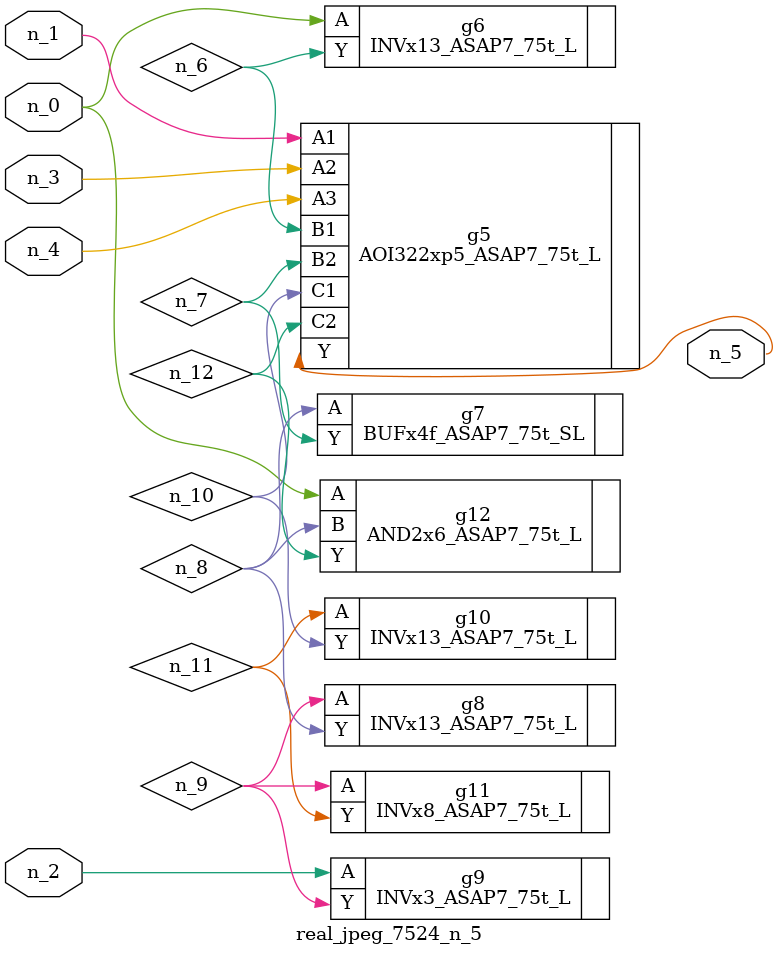
<source format=v>
module real_jpeg_7524_n_5 (n_4, n_0, n_1, n_2, n_3, n_5);

input n_4;
input n_0;
input n_1;
input n_2;
input n_3;

output n_5;

wire n_12;
wire n_8;
wire n_11;
wire n_6;
wire n_7;
wire n_10;
wire n_9;

INVx13_ASAP7_75t_L g6 ( 
.A(n_0),
.Y(n_6)
);

AND2x6_ASAP7_75t_L g12 ( 
.A(n_0),
.B(n_8),
.Y(n_12)
);

AOI322xp5_ASAP7_75t_L g5 ( 
.A1(n_1),
.A2(n_3),
.A3(n_4),
.B1(n_6),
.B2(n_7),
.C1(n_10),
.C2(n_12),
.Y(n_5)
);

INVx3_ASAP7_75t_L g9 ( 
.A(n_2),
.Y(n_9)
);

BUFx4f_ASAP7_75t_SL g7 ( 
.A(n_8),
.Y(n_7)
);

INVx13_ASAP7_75t_L g8 ( 
.A(n_9),
.Y(n_8)
);

INVx8_ASAP7_75t_L g11 ( 
.A(n_9),
.Y(n_11)
);

INVx13_ASAP7_75t_L g10 ( 
.A(n_11),
.Y(n_10)
);


endmodule
</source>
